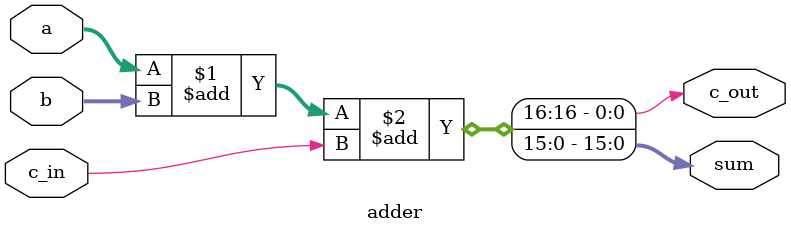
<source format=v>
module adder(a, b, c_in, sum, c_out);
input [15:0] a;
input [15:0] b;
input c_in;
output [15:0] sum;
output c_out;
assign {c_out, sum} = a + b + c_in;
endmodule
</source>
